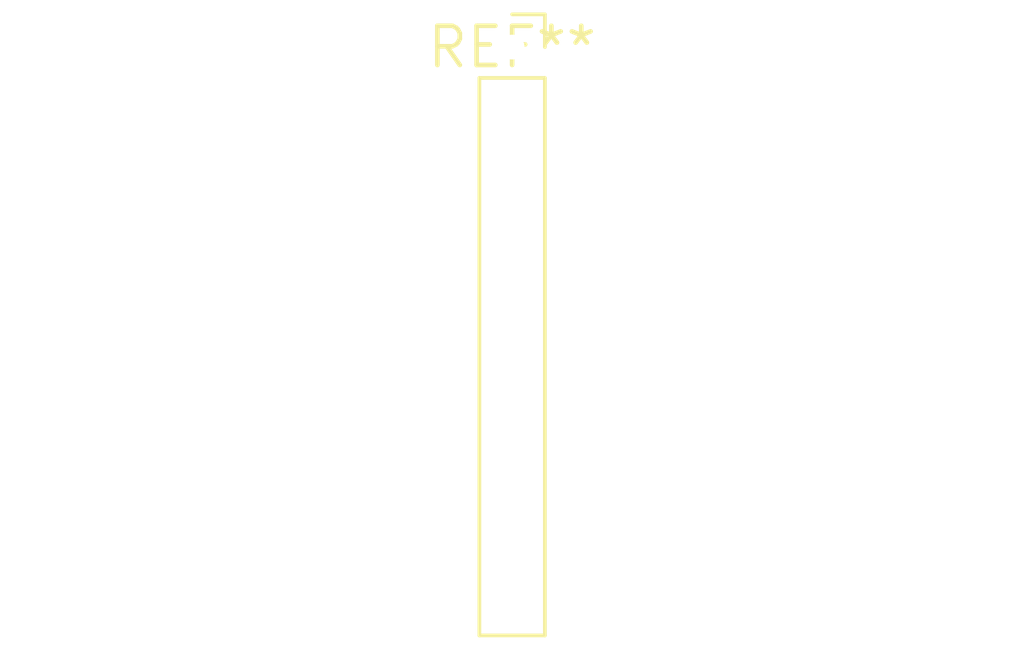
<source format=kicad_pcb>
(kicad_pcb (version 20240108) (generator pcbnew)
  (layers (0 "F.Cu" signal) (31 "B.Cu" signal) (34 "B.Paste" user) (35 "F.Paste" user) (36 "B.SilkS" user "B.Silkscreen") (37 "F.SilkS" user "F.Silkscreen") (38 "B.Mask" user) (39 "F.Mask" user) (44 "Edge.Cuts" user))
  (net 0 "")
  (footprint "PinSocket_1x10_P2.00mm_Vertical" (layer "F.Cu") (at 0 0)
    (property "Reference" "REF**")
    (property "Value" "PinSocket_1x10_P2.00mm_Vertical")
    (fp_line (start -1.06 1) (end -1.06 19.06) (layer "F.SilkS") (stroke (width 0.12)))
    (fp_line (start -1.06 1) (end 1.06 1) (layer "F.SilkS") (stroke (width 0.12)))
    (fp_line (start -1.06 19.06) (end 1.06 19.06) (layer "F.SilkS") (stroke (width 0.12)))
    (fp_line (start 0 -1.06) (end 1.06 -1.06) (layer "F.SilkS") (stroke (width 0.12)))
    (fp_line (start 1.06 -1.06) (end 1.06 0) (layer "F.SilkS") (stroke (width 0.12)))
    (fp_line (start 1.06 1) (end 1.06 19.06) (layer "F.SilkS") (stroke (width 0.12)))
    (pad "1" thru_hole rect (at 0 0) (size 1.35 1.35) (drill 0.8) (layers *.Cu *.Mask) (remove_unused_layers))
    (pad "2" thru_hole oval (at 0 2) (size 1.35 1.35) (drill 0.8) (layers *.Cu *.Mask) (remove_unused_layers))
    (pad "3" thru_hole oval (at 0 4) (size 1.35 1.35) (drill 0.8) (layers *.Cu *.Mask) (remove_unused_layers))
    (pad "4" thru_hole oval (at 0 6) (size 1.35 1.35) (drill 0.8) (layers *.Cu *.Mask) (remove_unused_layers))
    (pad "5" thru_hole oval (at 0 8) (size 1.35 1.35) (drill 0.8) (layers *.Cu *.Mask) (remove_unused_layers))
    (pad "6" thru_hole oval (at 0 10) (size 1.35 1.35) (drill 0.8) (layers *.Cu *.Mask) (remove_unused_layers))
    (pad "7" thru_hole oval (at 0 12) (size 1.35 1.35) (drill 0.8) (layers *.Cu *.Mask) (remove_unused_layers))
    (pad "8" thru_hole oval (at 0 14) (size 1.35 1.35) (drill 0.8) (layers *.Cu *.Mask) (remove_unused_layers))
    (pad "9" thru_hole oval (at 0 16) (size 1.35 1.35) (drill 0.8) (layers *.Cu *.Mask) (remove_unused_layers))
    (pad "10" thru_hole oval (at 0 18) (size 1.35 1.35) (drill 0.8) (layers *.Cu *.Mask) (remove_unused_layers))
  )
)
</source>
